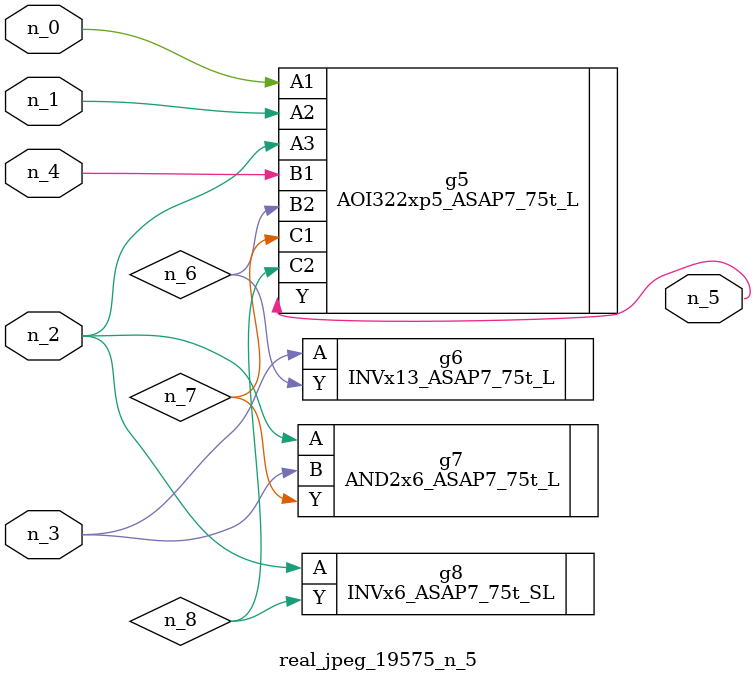
<source format=v>
module real_jpeg_19575_n_5 (n_4, n_0, n_1, n_2, n_3, n_5);

input n_4;
input n_0;
input n_1;
input n_2;
input n_3;

output n_5;

wire n_8;
wire n_6;
wire n_7;

AOI322xp5_ASAP7_75t_L g5 ( 
.A1(n_0),
.A2(n_1),
.A3(n_2),
.B1(n_4),
.B2(n_6),
.C1(n_7),
.C2(n_8),
.Y(n_5)
);

AND2x6_ASAP7_75t_L g7 ( 
.A(n_2),
.B(n_3),
.Y(n_7)
);

INVx6_ASAP7_75t_SL g8 ( 
.A(n_2),
.Y(n_8)
);

INVx13_ASAP7_75t_L g6 ( 
.A(n_3),
.Y(n_6)
);


endmodule
</source>
